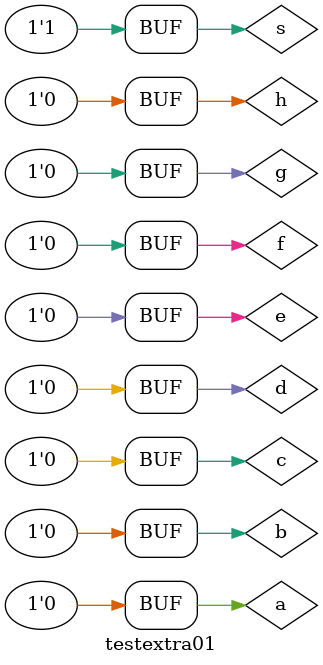
<source format=v>
module extra01 ( output s, input a, input b, input c, input d, input e, input f, input g, input h); 
 
endmodule //  
// --------------------- 
// -- test extra01 
// --------------------- 
module testextra01; 
// ------------------------- dados locais 

reg a,b,c,d,e,f,g,h; // definir registradores 
wire s; // definir conexao (fio)
 
// ------------------------- instancia 
nand NAND01(s,a,b,c,d,e,f,g,h);

initial begin:start
a=0; b=0; c=0; d=0; e=0; f=0; g=0; h=0; 
end

initial begin:main

$display("Extra01 - Jorge Luis dos Santos Leal - 417466"); 
$display("Porta se saída com 1 byte"); 
$display("\na b c d e f g h = s\n"); 
$monitor("%b %b %b %b %b %b %b %b = %b", a, b, c, d, e, f, g, h, s);

end 
endmodule // testextra01



</source>
